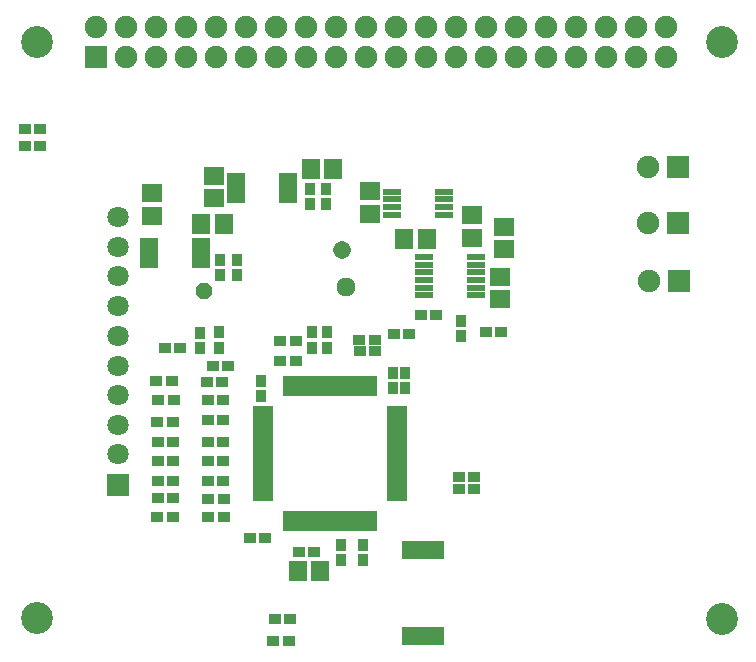
<source format=gbr>
G04 DipTrace 3.3.1.3*
G04 TopMask.gbr*
%MOIN*%
G04 #@! TF.FileFunction,Soldermask,Top*
G04 #@! TF.Part,Single*
%AMOUTLINE1*
4,1,4,
0.017717,-0.021654,
-0.017717,-0.021654,
-0.017717,0.021654,
0.017717,0.021654,
0.017717,-0.021654,
0*%
%AMOUTLINE4*
4,1,4,
-0.017717,0.021654,
0.017717,0.021654,
0.017717,-0.021654,
-0.017717,-0.021654,
-0.017717,0.021654,
0*%
%AMOUTLINE7*
4,1,4,
-0.021654,-0.017717,
-0.021654,0.017717,
0.021654,0.017717,
0.021654,-0.017717,
-0.021654,-0.017717,
0*%
%AMOUTLINE10*
4,1,4,
-0.029528,-0.033465,
-0.029528,0.033465,
0.029528,0.033465,
0.029528,-0.033465,
-0.029528,-0.033465,
0*%
%AMOUTLINE13*
4,1,4,
0.021654,0.017717,
0.021654,-0.017717,
-0.021654,-0.017717,
-0.021654,0.017717,
0.021654,0.017717,
0*%
%AMOUTLINE16*
4,1,4,
0.033465,-0.029528,
-0.033465,-0.029528,
-0.033465,0.029528,
0.033465,0.029528,
0.033465,-0.029528,
0*%
%AMOUTLINE19*
4,1,4,
-0.033465,0.029528,
0.033465,0.029528,
0.033465,-0.029528,
-0.033465,-0.029528,
-0.033465,0.029528,
0*%
%AMOUTLINE22*
4,1,16,
0.027954,0.00556,
0.027954,-0.00556,
0.023699,-0.015835,
0.015835,-0.023699,
0.00556,-0.027954,
-0.00556,-0.027954,
-0.015835,-0.023699,
-0.023699,-0.015835,
-0.027954,-0.00556,
-0.027954,0.00556,
-0.023699,0.015835,
-0.015835,0.023699,
-0.00556,0.027954,
0.00556,0.027954,
0.015835,0.023699,
0.023699,0.015835,
0.027954,0.00556,
0*%
%AMOUTLINE25*
4,1,16,
0.028341,0.005637,
0.028341,-0.005637,
0.024027,-0.016054,
0.016054,-0.024027,
0.005637,-0.028341,
-0.005637,-0.028341,
-0.016054,-0.024027,
-0.024027,-0.016054,
-0.028341,-0.005637,
-0.028341,0.005637,
-0.024027,0.016054,
-0.016054,0.024027,
-0.005637,0.028341,
0.005637,0.028341,
0.016054,0.024027,
0.024027,0.016054,
0.028341,0.005637,
0*%
%AMOUTLINE28*
4,1,16,
0.030966,0.00616,
0.030966,-0.00616,
0.026252,-0.017541,
0.017541,-0.026252,
0.00616,-0.030966,
-0.00616,-0.030966,
-0.017541,-0.026252,
-0.026252,-0.017541,
-0.030966,-0.00616,
-0.030966,0.00616,
-0.026252,0.017541,
-0.017541,0.026252,
-0.00616,0.030966,
0.00616,0.030966,
0.017541,0.026252,
0.026252,0.017541,
0.030966,0.00616,
0*%
%AMOUTLINE31*
4,1,4,
-0.035433,-0.035433,
-0.035433,0.035433,
0.035433,0.035433,
0.035433,-0.035433,
-0.035433,-0.035433,
0*%
%ADD39C,0.106299*%
%ADD46R,0.141732X0.062992*%
%ADD48C,0.074803*%
%ADD50R,0.074803X0.074803*%
%ADD52R,0.035433X0.043307*%
%ADD54C,0.070866*%
%ADD56R,0.059055X0.066929*%
%ADD58R,0.062992X0.023622*%
%ADD60R,0.062992X0.019685*%
%ADD62R,0.043307X0.035433*%
%ADD64R,0.019685X0.070866*%
%ADD66R,0.070866X0.019685*%
%ADD76OUTLINE1*%
%ADD79OUTLINE4*%
%ADD82OUTLINE7*%
%ADD85OUTLINE10*%
%ADD88OUTLINE13*%
%ADD91OUTLINE16*%
%ADD94OUTLINE19*%
%ADD97OUTLINE22*%
%ADD100OUTLINE25*%
%ADD103OUTLINE28*%
%ADD106OUTLINE31*%
%FSLAX26Y26*%
G04*
G70*
G90*
G75*
G01*
G04 TopMask*
%LPD*%
D66*
X1288291Y1236852D3*
Y1217167D3*
Y1197482D3*
Y1177797D3*
Y1158112D3*
Y1138427D3*
Y1118741D3*
Y1099056D3*
Y1079371D3*
Y1059686D3*
Y1040001D3*
Y1020316D3*
Y1000631D3*
Y980946D3*
Y961261D3*
Y941576D3*
D64*
X1365063Y864804D3*
X1384748D3*
X1404433D3*
X1424118D3*
X1443803D3*
X1463488D3*
X1483173D3*
X1502858D3*
X1522543D3*
X1542228D3*
X1561913D3*
X1581598D3*
X1601283D3*
X1620969D3*
X1640654D3*
X1660339D3*
D66*
X1737110Y941576D3*
Y961261D3*
Y980946D3*
Y1000631D3*
Y1020316D3*
Y1040001D3*
Y1059686D3*
Y1079371D3*
Y1099056D3*
Y1118741D3*
Y1138427D3*
Y1158112D3*
Y1177797D3*
Y1197482D3*
Y1217167D3*
Y1236852D3*
D64*
X1660339Y1313623D3*
X1640654D3*
X1620969D3*
X1601283D3*
X1581598D3*
X1561913D3*
X1542228D3*
X1522543D3*
X1502858D3*
X1483173D3*
X1463488D3*
X1443803D3*
X1424118D3*
X1404433D3*
X1384748D3*
X1365063D3*
D76*
X1502385Y1440948D3*
Y1492129D3*
D79*
X1549366Y784318D3*
Y733136D3*
D82*
X1408354Y760461D3*
X1459535D3*
D85*
X1405357Y697848D3*
X1480160D3*
D76*
X1763106Y1307161D3*
Y1358343D3*
X1722946Y1305239D3*
Y1356420D3*
D79*
X1622266Y783857D3*
Y732676D3*
D62*
X936944Y876933D3*
X988125D3*
D88*
X1992398Y1011731D3*
X1941217D3*
X1865323Y1550703D3*
X1814142D3*
D62*
X1322873Y463812D3*
X1374054D3*
D88*
X1992937Y970594D3*
X1941756D3*
D62*
X1328924Y535822D3*
X1380105D3*
X938682Y939093D3*
X989864D3*
X938442Y997001D3*
X989623D3*
X937667Y1064626D3*
X988848D3*
X937550Y1125845D3*
X988731D3*
X937239Y1194488D3*
X988420D3*
X933629Y1329362D3*
X984810D3*
X939743Y1267433D3*
X990924D3*
X1106844Y877017D3*
X1158025D3*
X1105301Y1199636D3*
X1156482D3*
D82*
X1102413Y1327845D3*
X1153594D3*
D62*
X1105131Y1127945D3*
X1156312D3*
X1106343Y937781D3*
X1157524D3*
X1105298Y1064190D3*
X1156479D3*
X1105262Y1267445D3*
X1156444D3*
X1105657Y996807D3*
X1156839D3*
D76*
X1500493Y1919738D3*
Y1970919D3*
D60*
X907622Y1796160D3*
Y1776475D3*
Y1756790D3*
Y1737105D3*
Y1717420D3*
X1080850D3*
Y1737105D3*
Y1756790D3*
Y1776475D3*
Y1796160D3*
X1826244Y1743945D3*
Y1718354D3*
Y1692764D3*
Y1667173D3*
Y1641583D3*
Y1615992D3*
X1999472D3*
Y1641583D3*
Y1667173D3*
Y1692764D3*
Y1718354D3*
Y1743945D3*
D58*
X1720541Y1961362D3*
Y1935772D3*
Y1910181D3*
Y1884591D3*
X1893769D3*
Y1910181D3*
Y1935772D3*
Y1961362D3*
D60*
X1200492Y2013487D3*
Y1993802D3*
Y1974117D3*
Y1954432D3*
Y1934747D3*
X1373720D3*
Y1954432D3*
Y1974117D3*
Y1993802D3*
Y2013487D3*
D79*
X1444241Y1969738D3*
Y1918556D3*
D91*
X2077740Y1603168D3*
Y1677971D3*
D56*
X1448404Y2035924D3*
X1523207D3*
D91*
X1984514Y1807180D3*
Y1881983D3*
D94*
X1125492Y2013488D3*
Y1938685D3*
D85*
X1759798Y1803067D3*
X1834601D3*
D91*
X2090850Y1770045D3*
Y1844848D3*
D76*
X1201371Y1683660D3*
Y1734841D3*
D82*
X2032610Y1494428D3*
X2083791D3*
D91*
X919743Y1881799D3*
Y1956602D3*
D79*
X1145119Y1733660D3*
Y1682479D3*
D94*
X1645539Y1963143D3*
Y1888340D3*
D56*
X1082621Y1852411D3*
X1157424D3*
D62*
X1245668Y806354D3*
X1296849D3*
D76*
X1451364Y1440665D3*
Y1491846D3*
D62*
X1346768Y1463677D3*
X1397949D3*
X1347067Y1396398D3*
X1398248D3*
D97*
X1091328Y1629403D3*
D100*
X1552795Y1765651D3*
D103*
X1565476Y1644819D3*
D62*
X545223Y2112793D3*
X494042D3*
D82*
X495848Y2171437D3*
X547029D3*
D62*
X1610076Y1467126D3*
X1661257D3*
X1612613Y1429629D3*
X1663794D3*
X961034Y1440615D3*
X1012215D3*
D76*
X1142021Y1441091D3*
Y1492272D3*
X1078535Y1439419D3*
Y1490600D3*
D79*
X1282453Y1331125D3*
Y1279944D3*
D106*
X805488Y983903D3*
D54*
Y1085415D3*
Y1183840D3*
Y1282265D3*
Y1380690D3*
Y1479115D3*
X804059Y1579957D3*
X805488Y1679232D3*
Y1778343D3*
X806908Y1876241D3*
D39*
X534689Y539869D3*
X2819215Y2459860D3*
X535234Y2459454D3*
D62*
X1122369Y1379740D3*
X1173550D3*
D52*
X1947953Y1479403D3*
Y1530584D3*
D88*
X1776370Y1487024D3*
X1725189D3*
D50*
X733091Y2411770D3*
D48*
Y2511770D3*
X833091Y2411770D3*
Y2511770D3*
X933091Y2411770D3*
Y2511770D3*
X1033091Y2411770D3*
Y2511770D3*
X1133091Y2411770D3*
Y2511770D3*
X1233091Y2411770D3*
Y2511770D3*
X1333091Y2411770D3*
Y2511770D3*
X1433091Y2411770D3*
Y2511770D3*
X1533091Y2411770D3*
Y2511770D3*
X1633091Y2411770D3*
Y2511770D3*
X1733091Y2411770D3*
Y2511770D3*
X1833091Y2411770D3*
Y2511770D3*
X1933091Y2411770D3*
Y2511770D3*
X2033091Y2411770D3*
Y2511770D3*
X2133091Y2411770D3*
Y2511770D3*
X2233091Y2411770D3*
Y2511770D3*
X2333091Y2411770D3*
Y2511770D3*
X2433091Y2411770D3*
Y2511770D3*
X2533091Y2411770D3*
Y2511770D3*
X2633091Y2411770D3*
Y2511770D3*
D39*
X2818608Y535269D3*
D46*
X1821391Y765825D3*
X1823220Y479757D3*
D50*
X2671921Y2042369D3*
D48*
X2571921D3*
D50*
X2670990Y1855769D3*
D48*
X2570990D3*
D50*
X2674433Y1661896D3*
D48*
X2574433D3*
M02*

</source>
